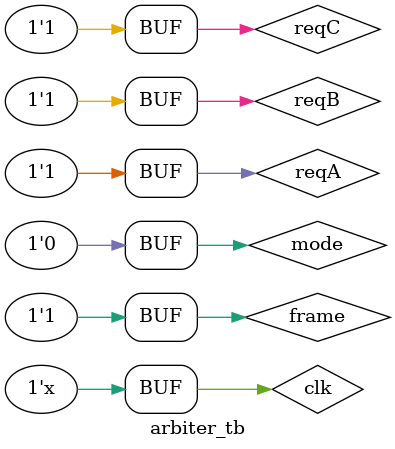
<source format=v>
module arbiter_tb();
reg reqA,reqB,reqC,frame,clk,mode;
wire gntA,gntB,gntC;
initial
begin
clk=0;
mode = 0;
frame=1;
reqA=1;
reqB=1;
reqC=1;
#2
reqA=0;
reqB=1;
reqC=1;
#8
reqB=0;
#10

frame = 0;
#10
frame=1;
#20
frame = 0;
reqB=1;
#10
frame = 1;
#20
frame=0;
reqA=1;
#10
frame=1;
// for roundrobin
#20
frame=0;
#10
frame=1;
end
always
begin
#5 clk=~clk;
end
arbiter_fcfs a1(reqA,reqB,reqC,frame,clk,gntA,gntB,gntC);
endmodule

</source>
